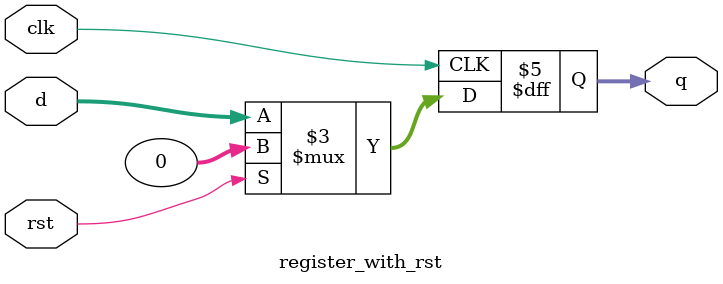
<source format=sv>

module register_with_rst
(
    input               clk,
    input               rst,
    input        [31:0] d,
    output logic [31:0] q
);

    always_ff @ (posedge clk)
        if (rst)
            q <= '0;
        else
            q <= d;

endmodule

</source>
